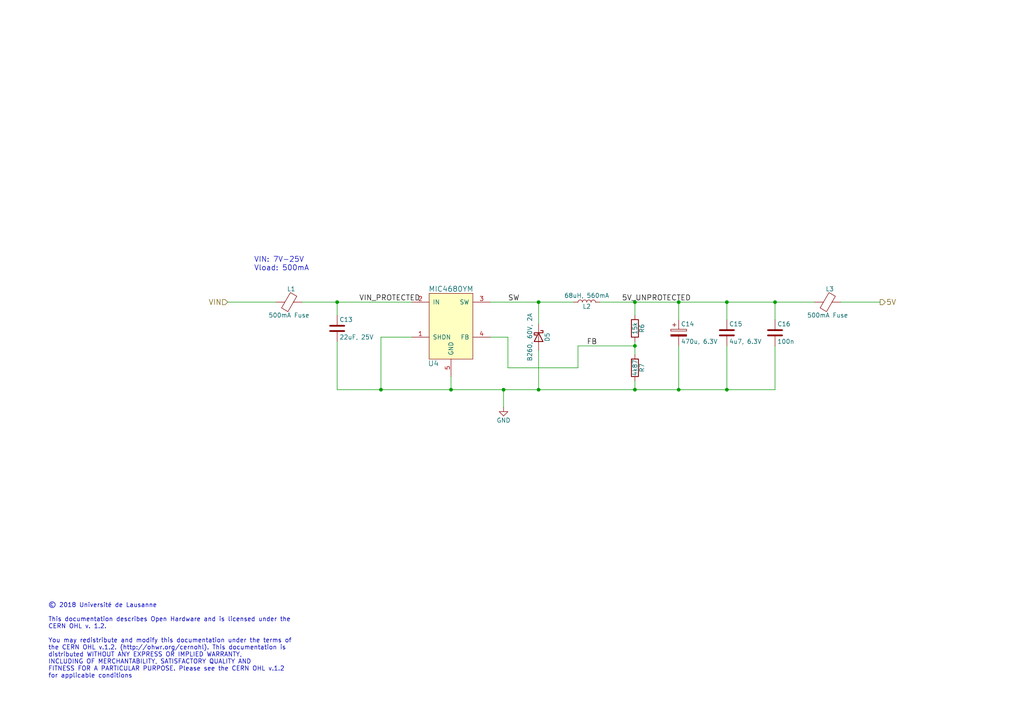
<source format=kicad_sch>
(kicad_sch (version 20231120) (generator "eeschema") (generator_version "8.0")
  (paper "A4")
  (title_block (title "5V Buck Converter w/o LDO") (date "20/11/2018") (rev "A") (company "Université de Lausanne") (comment 1 "Author: Alexandre Tuleu") (comment 2 "Licensed under the CERN OHL v1.2"))
  (lib_symbols
    (symbol "Device:C" (pin_numbers hide) (pin_names (offset 0.254))
      (property "Reference" "C" (at 0.635 2.54 0))
      (property "Value" "C" (at 0.635 -2.54 0))
      (symbol "C_0_1"
        (polyline (pts (xy -2.032 -0.762) (xy 2.032 -0.762)) (stroke (width 0.508)))
        (polyline (pts (xy -2.032 0.762) (xy 2.032 0.762)) (stroke (width 0.508)))
      )
      (symbol "C_1_1"
        (pin passive line (at 0 3.81 270) (length 2.794) (name "~") (number "1"))
        (pin passive line (at 0 -3.81 90) (length 2.794) (name "~") (number "2"))
      )
    )
    (symbol "Device:D_Schottky" (pin_numbers hide) (pin_names (offset 1.016) hide)
      (property "Reference" "D" (at 0 2.54 0))
      (property "Value" "D_Schottky" (at 0 -2.54 0))
      (symbol "D_Schottky_0_1"
        (polyline (pts (xy 1.27 0) (xy -1.27 0)))
        (polyline (pts (xy 1.27 1.27) (xy 1.27 -1.27) (xy -1.27 0) (xy 1.27 1.27)) (stroke (width 0.254)))
        (polyline (pts (xy -1.905 0.635) (xy -1.905 1.27) (xy -1.27 1.27) (xy -1.27 -1.27) (xy -0.635 -1.27) (xy -0.635 -0.635)) (stroke (width 0.254)))
      )
      (symbol "D_Schottky_1_1"
        (pin passive line (at -3.81 0 0) (length 2.54) (name "K") (number "1"))
        (pin passive line (at 3.81 0 180) (length 2.54) (name "A") (number "2"))
      )
    )
    (symbol "Device:L" (pin_numbers hide) (pin_names (offset 1.016) hide)
      (property "Reference" "L" (at -1.27 0 90))
      (property "Value" "L" (at 1.905 0 90))
      (symbol "L_0_1"
        (arc (start 0 -2.54) (mid 0.6323 -1.905) (end 0 -1.27))
        (arc (start 0 -1.27) (mid 0.6323 -0.635) (end 0 0))
        (arc (start 0 0) (mid 0.6323 0.635) (end 0 1.27))
        (arc (start 0 1.27) (mid 0.6323 1.905) (end 0 2.54))
      )
      (symbol "L_1_1"
        (pin passive line (at 0 3.81 270) (length 1.27) (name "1") (number "1"))
        (pin passive line (at 0 -3.81 90) (length 1.27) (name "2") (number "2"))
      )
    )
    (symbol "Device:R" (pin_numbers hide) (pin_names (offset 0))
      (property "Reference" "R" (at 2.032 0 90))
      (property "Value" "R" (at 0 0 90))
      (symbol "R_0_1"
        (rectangle (start -1.016 -2.54) (end 1.016 2.54) (stroke (width 0.254)))
      )
      (symbol "R_1_1"
        (pin passive line (at 0 3.81 270) (length 1.27) (name "~") (number "1"))
        (pin passive line (at 0 -3.81 90) (length 1.27) (name "~") (number "2"))
      )
    )
    (symbol "celaeno-rescue:CP-Device" (pin_numbers hide) (pin_names (offset 0.254))
      (property "Reference" "C" (at 0.635 2.54 0))
      (property "Value" "Device_CP" (at 0.635 -2.54 0))
      (symbol "CP-Device_0_1"
        (rectangle (start -2.286 0.508) (end -2.286 1.016))
        (rectangle (start -2.286 0.508) (end 2.286 0.508))
        (polyline (pts (xy -1.778 2.286) (xy -0.762 2.286)))
        (polyline (pts (xy -1.27 2.794) (xy -1.27 1.778)))
        (rectangle (start 2.286 -0.508) (end -2.286 -1.016) (fill (type outline)))
        (rectangle (start 2.286 1.016) (end -2.286 1.016))
        (rectangle (start 2.286 1.016) (end 2.286 0.508))
      )
      (symbol "CP-Device_1_1"
        (pin passive line (at 0 3.81 270) (length 2.794) (name "~") (number "1"))
        (pin passive line (at 0 -3.81 90) (length 2.794) (name "~") (number "2"))
      )
    )
    (symbol "celaeno-rescue:Ferrite_Bead-Device" (pin_numbers hide) (pin_names (offset 0))
      (property "Reference" "FB" (at -3.81 0.635 90))
      (property "Value" "Device_Ferrite_Bead" (at 3.81 0 90))
      (symbol "Ferrite_Bead-Device_0_1"
        (polyline (pts (xy 0 -1.27) (xy 0 -1.2192)))
        (polyline (pts (xy 0 1.27) (xy 0 1.2954)))
        (polyline (pts (xy -2.7686 0.4064) (xy -1.7018 2.2606) (xy 2.7686 -0.3048) (xy 1.6764 -2.159) (xy -2.7686 0.4064)))
      )
      (symbol "Ferrite_Bead-Device_1_1"
        (pin passive line (at 0 3.81 270) (length 2.54) (name "~") (number "1"))
        (pin passive line (at 0 -3.81 90) (length 2.54) (name "~") (number "2"))
      )
    )
    (symbol "celaeno-rescue:GND-power" (power) (pin_names (offset 0))
      (property "Value" "power_GND" (at 0 -3.81 0))
      (symbol "GND-power_0_1"
        (polyline (pts (xy 0 0) (xy 0 -1.27) (xy 1.27 -1.27) (xy 0 -2.54) (xy -1.27 -1.27) (xy 0 -1.27)))
      )
      (symbol "GND-power_1_1"
        (pin power_in line (at 0 0 270) (length 0) hide (name "GND") (number "1"))
      )
    )
    (symbol "fort:MIC4680YM" (pin_names (offset 1.016))
      (property "Reference" "U" (at -5.08 -12.7 0))
      (property "Value" "MIC4680YM" (at 0 8.89 0))
      (symbol "MIC4680YM_0_1"
        (rectangle (start -6.35 7.62) (end 6.35 -11.43) (fill (type background)))
      )
      (symbol "MIC4680YM_1_1"
        (pin input line (at -11.43 -5.08 0) (length 5.08) (name "SHDN") (number "1"))
        (pin power_in line (at -11.43 5.08 0) (length 5.08) (name "IN") (number "2"))
        (pin power_out line (at 11.43 5.08 180) (length 5.08) (name "SW") (number "3"))
        (pin input line (at 11.43 -5.08 180) (length 5.08) (name "FB") (number "4"))
        (pin power_out line (at 0 -16.51 90) (length 5.08) (name "GND") (number "5"))
        (pin input line (at 0 -16.51 90) (length 5.08) hide (name "GND") (number "6"))
        (pin input line (at 0 -16.51 90) (length 5.08) hide (name "GND") (number "7"))
        (pin input line (at 0 -16.51 90) (length 5.08) hide (name "GND") (number "8"))
      )
    )
  )
  (junction (at 210.82 87.63))
  (junction (at 130.81 113.03))
  (junction (at 224.79 87.63))
  (junction (at 196.85 87.63))
  (junction (at 184.15 87.63))
  (junction (at 184.15 113.03))
  (junction (at 156.21 113.03))
  (junction (at 146.05 113.03))
  (junction (at 196.85 113.03))
  (junction (at 156.21 87.63))
  (junction (at 110.49 113.03))
  (junction (at 210.82 113.03))
  (junction (at 184.15 100.33))
  (junction (at 97.79 87.63))
  (wire (pts (xy 184.15 100.33) (xy 184.15 102.87)))
  (wire (pts (xy 210.82 113.03) (xy 224.79 113.03)))
  (wire (pts (xy 156.21 113.03) (xy 184.15 113.03)))
  (wire (pts (xy 196.85 92.71) (xy 196.85 87.63)))
  (wire (pts (xy 146.05 113.03) (xy 156.21 113.03)))
  (wire (pts (xy 156.21 93.98) (xy 156.21 87.63)))
  (wire (pts (xy 156.21 101.6) (xy 156.21 113.03)))
  (wire (pts (xy 184.15 100.33) (xy 167.64 100.33)))
  (wire (pts (xy 184.15 91.44) (xy 184.15 87.63)))
  (wire (pts (xy 97.79 113.03) (xy 110.49 113.03)))
  (wire (pts (xy 184.15 113.03) (xy 184.15 110.49)))
  (wire (pts (xy 196.85 100.33) (xy 196.85 113.03)))
  (wire (pts (xy 130.81 113.03) (xy 130.81 109.22)))
  (wire (pts (xy 97.79 87.63) (xy 119.38 87.63)))
  (wire (pts (xy 146.05 118.11) (xy 146.05 113.03)))
  (wire (pts (xy 224.79 87.63) (xy 236.22 87.63)))
  (wire (pts (xy 87.63 87.63) (xy 97.79 87.63)))
  (wire (pts (xy 147.32 106.68) (xy 147.32 97.79)))
  (wire (pts (xy 173.99 87.63) (xy 184.15 87.63)))
  (wire (pts (xy 142.24 87.63) (xy 156.21 87.63)))
  (wire (pts (xy 167.64 100.33) (xy 167.64 106.68)))
  (wire (pts (xy 210.82 113.03) (xy 210.82 100.33)))
  (wire (pts (xy 184.15 113.03) (xy 196.85 113.03)))
  (wire (pts (xy 224.79 92.71) (xy 224.79 87.63)))
  (wire (pts (xy 97.79 113.03) (xy 97.79 99.06)))
  (wire (pts (xy 130.81 113.03) (xy 146.05 113.03)))
  (wire (pts (xy 119.38 97.79) (xy 110.49 97.79)))
  (wire (pts (xy 97.79 87.63) (xy 97.79 91.44)))
  (wire (pts (xy 224.79 113.03) (xy 224.79 100.33)))
  (wire (pts (xy 110.49 113.03) (xy 130.81 113.03)))
  (wire (pts (xy 80.01 87.63) (xy 66.04 87.63)))
  (wire (pts (xy 167.64 106.68) (xy 147.32 106.68)))
  (wire (pts (xy 184.15 99.06) (xy 184.15 100.33)))
  (wire (pts (xy 147.32 97.79) (xy 142.24 97.79)))
  (wire (pts (xy 210.82 87.63) (xy 224.79 87.63)))
  (wire (pts (xy 243.84 87.63) (xy 255.27 87.63)))
  (wire (pts (xy 196.85 87.63) (xy 210.82 87.63)))
  (wire (pts (xy 110.49 97.79) (xy 110.49 113.03)))
  (wire (pts (xy 196.85 113.03) (xy 210.82 113.03)))
  (wire (pts (xy 184.15 87.63) (xy 196.85 87.63)))
  (wire (pts (xy 210.82 92.71) (xy 210.82 87.63)))
  (wire (pts (xy 156.21 87.63) (xy 166.37 87.63)))
  (text "© 2018 Université de Lausanne\n\nThis documentation describes Open Hardware and is licensed under the\nCERN OHL v. 1.2.\n\nYou may redistribute and modify this documentation under the terms of\nthe CERN OHL v.1.2. (http://ohwr.org/cernohl). This documentation is\ndistributed WITHOUT ANY EXPRESS OR IMPLIED WARRANTY,\nINCLUDING OF MERCHANTABILITY, SATISFACTORY QUALITY AND\nFITNESS FOR A PARTICULAR PURPOSE. Please see the CERN OHL v.1.2\nfor applicable conditions" (at 13.97 196.85 0) (effects (font (size 1.27 1.27)) (justify left bottom)))
  (text "VIN: 7V-25V\nVload: 500mA" (at 73.66 78.74 0) (effects (font (size 1.524 1.524)) (justify left bottom)))
  (label "FB" (at 170.18 100.33 0) (effects (font (size 1.524 1.524))))
  (label "VIN_PROTECTED" (at 104.14 87.63 0) (effects (font (size 1.524 1.524))))
  (label "SW" (at 147.32 87.63 0) (effects (font (size 1.524 1.524))))
  (label "5V_UNPROTECTED" (at 180.34 87.63 0) (effects (font (size 1.524 1.524))))
  (hierarchical_label "5V" (shape output) (at 255.27 87.63 0) (effects (font (size 1.524 1.524))))
  (hierarchical_label "VIN" (shape input) (at 66.04 87.63 180) (effects (font (size 1.524 1.524))))
  (symbol (lib_id "fort:MIC4680YM") (at 130.81 92.71 0) (unit 1)
    (property "Reference" "U4" (at 125.73 105.41 0) (effects (font (size 1.524 1.524))))
    (property "Value" "MIC4680YM" (at 130.81 83.82 0) (effects (font (size 1.524 1.524))))
    (property "Footprint" "Package_SO:SOIC-8_3.9x4.9mm_P1.27mm" (effects (hide yes)))
    (property "Description" "MIC4680YM" (effects (hide yes)))
  )
  (symbol (lib_id "Device:D_Schottky") (at 156.21 97.79 270) (unit 1)
    (property "Reference" "D5" (at 158.75 97.79 0))
    (property "Value" "B260, 60V, 2A" (at 153.67 97.79 0))
    (property "Footprint" "Diode_SMD:D_SMB" (effects (hide yes)))
    (property "Description" "B260-13-F" (effects (hide yes)))
  )
  (symbol (lib_id "Device:L") (at 170.18 87.63 90) (unit 1)
    (property "Reference" "L2" (at 170.18 88.9 90))
    (property "Value" "68uH, 560mA" (at 170.18 85.725 90))
    (property "Footprint" "Inductor_SMD:L_Wuerth_WE-PD2-Typ-MS" (effects (hide yes)))
    (property "Description" "744773168" (effects (hide yes)))
  )
  (symbol (lib_id "Device:R") (at 184.15 95.25 0) (unit 1)
    (property "Reference" "R6" (at 186.182 95.25 90))
    (property "Value" "15k" (at 184.15 95.25 90))
    (property "Footprint" "Resistor_SMD:R_0603_1608Metric" (effects (hide yes)))
    (property "Description" "GPR060315k" (effects (hide yes)))
  )
  (symbol (lib_id "Device:R") (at 184.15 106.68 0) (unit 1)
    (property "Reference" "R7" (at 186.182 106.68 90))
    (property "Value" "4k87" (at 184.15 106.68 90))
    (property "Footprint" "Resistor_SMD:R_0603_1608Metric" (effects (hide yes)))
    (property "Description" "RMCF0603FT4K87" (effects (hide yes)))
  )
  (symbol (lib_id "celaeno-rescue:CP-Device") (at 196.85 96.52 0) (unit 1)
    (property "Reference" "C14" (at 197.485 93.98 0) (effects (justify left)))
    (property "Value" "470u, 6.3V" (at 197.485 99.06 0) (effects (justify left)))
    (property "Footprint" "Capacitor_Tantalum_SMD:CP_EIA-7343-31_Kemet-D" (effects (hide yes)))
    (property "Description" "T491D477K006AT" (effects (hide yes)))
  )
  (symbol (lib_id "Device:C") (at 210.82 96.52 0) (unit 1)
    (property "Reference" "C15" (at 211.455 93.98 0) (effects (justify left)))
    (property "Value" "4u7, 6.3V" (at 211.455 99.06 0) (effects (justify left)))
    (property "Footprint" "Capacitor_SMD:C_0603_1608Metric" (effects (hide yes)))
    (property "Description" "GPC0603475" (effects (hide yes)))
  )
  (symbol (lib_id "Device:C") (at 224.79 96.52 0) (unit 1)
    (property "Reference" "C16" (at 225.425 93.98 0) (effects (justify left)))
    (property "Value" "100n" (at 225.425 99.06 0) (effects (justify left)))
    (property "Footprint" "Capacitor_SMD:C_0603_1608Metric" (effects (hide yes)))
    (property "Description" "GPC0603104" (effects (hide yes)))
    (property "MPN" "GPC0603104" (effects (hide yes)))
  )
  (symbol (lib_id "Device:C") (at 97.79 95.25 0) (unit 1)
    (property "Reference" "C13" (at 98.425 92.71 0) (effects (justify left)))
    (property "Value" "22uF, 25V" (at 98.425 97.79 0) (effects (justify left)))
    (property "Footprint" "Capacitor_SMD:C_1206_3216Metric" (effects (hide yes)))
    (property "Description" "C3216X5R1V226M160AC" (effects (hide yes)))
    (property "MPN" "CL31A226KAHNNNE " (effects (hide yes)))
  )
  (symbol (lib_id "celaeno-rescue:Ferrite_Bead-Device") (at 240.03 87.63 270) (unit 1)
    (property "Reference" "L3" (at 240.665 83.82 90))
    (property "Value" "500mA Fuse" (at 240.03 91.44 90))
    (property "Footprint" "Resistor_SMD:R_0603_1608Metric" (effects (hide yes)))
    (property "Description" "BLM18AG471SN1D" (effects (hide yes)))
  )
  (symbol (lib_id "celaeno-rescue:Ferrite_Bead-Device") (at 83.82 87.63 270) (unit 1)
    (property "Reference" "L1" (at 84.455 83.82 90))
    (property "Value" "500mA Fuse" (at 83.82 91.44 90))
    (property "Footprint" "Resistor_SMD:R_0603_1608Metric" (effects (hide yes)))
    (property "Description" "BLM18AG471SN1D" (effects (hide yes)))
  )
  (symbol (lib_id "celaeno-rescue:GND-power") (at 146.05 118.11 0) (unit 1)
    (property "Reference" "#PWR0102" (effects (hide yes)))
    (property "Value" "GND" (at 146.05 121.92 0))
  )
)
</source>
